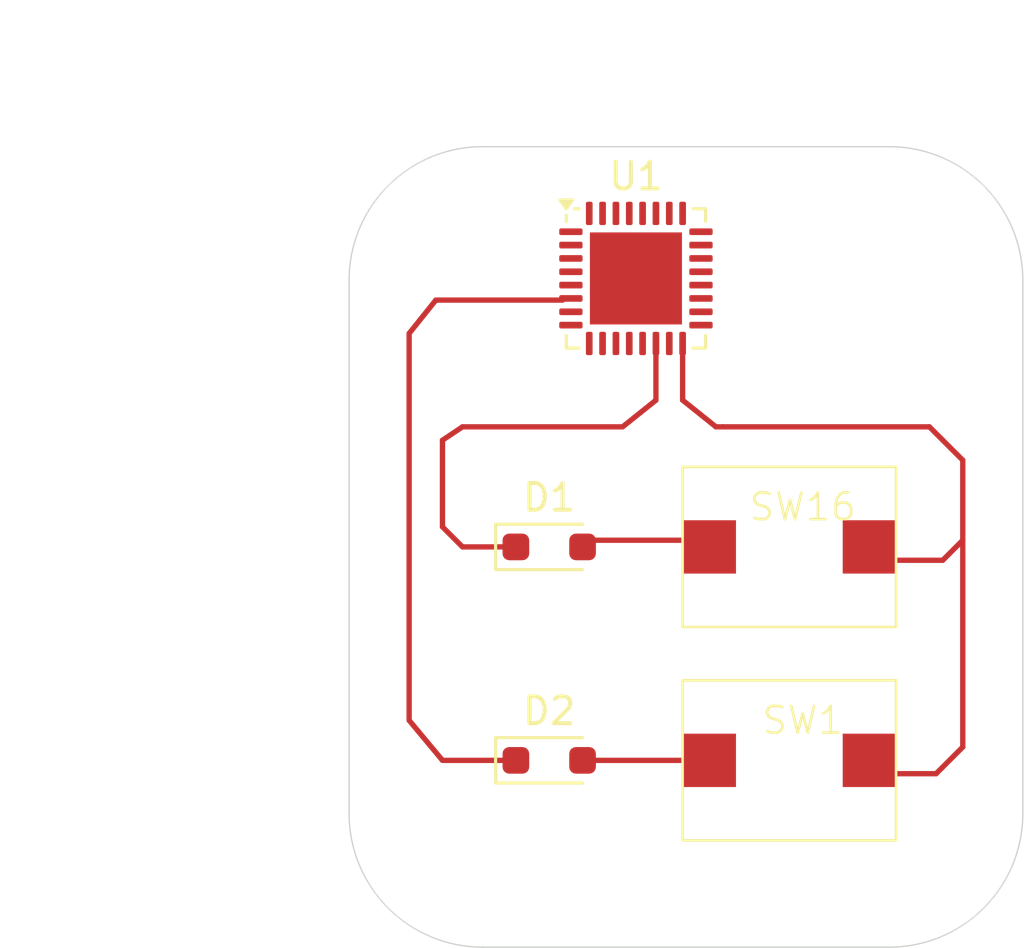
<source format=kicad_pcb>
(kicad_pcb (version 20240108) (generator "pcbnew") (generator_version "8.0")
  (layers (0 "F.Cu" signal) (31 "B.Cu" signal) (34 "B.Paste" user) (35 "F.Paste" user) (36 "B.SilkS" user "B.Silkscreen") (37 "F.SilkS" user "F.Silkscreen") (38 "B.Mask" user) (39 "F.Mask" user) (44 "Edge.Cuts" user))
  (net 0 "")
  (net 1 "Net-(U1-VDDA-Pad31)")
  (net 11 "Net-(D2-A)")
  (net 20 "GND")
  (net 27 "Net-(U1-VDD3P3-Pad2)")
  (net 30 "Net-(D1-A)")
  (net 31 "COL1")
  (net 32 "ROW1")
  (net 33 "ROW2")
  (footprint "Alps_Alpine_switches:SKPMAPE010" (layer "F.Cu") (at 169 65)
    (property "Reference" "SW16" (at 0.5 -1.5 0) (layer "F.SilkS") (effects (font (thickness 0.1))))
    (property "Value" "SW_Push")
    (fp_rect (start -4 -3) (end 4 3) (stroke (width 0.1)) (fill none) (layer "F.SilkS"))
    (pad "1" smd rect (at -3 0) (size 2 2) (layers "F.Cu" "F.Paste" "F.Mask") (net 30 "Net-(D1-A)"))
    (pad "2" smd rect (at 3 0) (size 2 2) (layers "F.Cu" "F.Paste" "F.Mask") (net 31 "COL1"))
  )
  (footprint "Diode_SMD:D_SOD-323_HandSoldering" (layer "F.Cu") (at 160 73)
    (property "Reference" "D2" (at 0 -1.85 0) (layer "F.SilkS"))
    (property "Value" "D")
    (fp_line (start -2.01 -0.85) (end -2.01 0.85) (stroke (width 0.12)) (layer "F.SilkS"))
    (fp_line (start -2.01 -0.85) (end 1.25 -0.85) (stroke (width 0.12)) (layer "F.SilkS"))
    (fp_line (start -2.01 0.85) (end 1.25 0.85) (stroke (width 0.12)) (layer "F.SilkS"))
    (pad "1" smd roundrect (at -1.25 0) (size 1 1) (layers "F.Cu" "F.Paste" "F.Mask") (net 33 "ROW2"))
    (pad "2" smd roundrect (at 1.25 0) (size 1 1) (layers "F.Cu" "F.Paste" "F.Mask") (net 11 "Net-(D2-A)"))
  )
  (footprint "Alps_Alpine_switches:SKPMAPE010" (layer "F.Cu") (at 169 73)
    (property "Reference" "SW1" (at 0.5 -1.5 0) (layer "F.SilkS") (effects (font (thickness 0.1))))
    (property "Value" "SW_Push")
    (fp_rect (start -4 -3) (end 4 3) (stroke (width 0.1)) (fill none) (layer "F.SilkS"))
    (pad "1" smd rect (at -3 0) (size 2 2) (layers "F.Cu" "F.Paste" "F.Mask") (net 11 "Net-(D2-A)"))
    (pad "2" smd rect (at 3 0) (size 2 2) (layers "F.Cu" "F.Paste" "F.Mask") (net 31 "COL1"))
  )
  (footprint "Package_DFN_QFN:QFN-32-1EP_5x5mm_P0.5mm_EP3.45x3.45mm" (layer "F.Cu") (at 163.25 54.9375)
    (property "Reference" "U1" (at 0 -3.83 0) (layer "F.SilkS"))
    (property "Value" "ESP32-C3")
    (fp_line (start -2.61 -2.135) (end -2.61 -2.37) (stroke (width 0.12)) (layer "F.SilkS"))
    (fp_line (start -2.61 2.61) (end -2.61 2.135) (stroke (width 0.12)) (layer "F.SilkS"))
    (fp_line (start -2.135 -2.61) (end -2.31 -2.61) (stroke (width 0.12)) (layer "F.SilkS"))
    (fp_line (start -2.135 2.61) (end -2.61 2.61) (stroke (width 0.12)) (layer "F.SilkS"))
    (fp_line (start 2.135 -2.61) (end 2.61 -2.61) (stroke (width 0.12)) (layer "F.SilkS"))
    (fp_line (start 2.135 2.61) (end 2.61 2.61) (stroke (width 0.12)) (layer "F.SilkS"))
    (fp_line (start 2.61 -2.61) (end 2.61 -2.135) (stroke (width 0.12)) (layer "F.SilkS"))
    (fp_line (start 2.61 2.61) (end 2.61 2.135) (stroke (width 0.12)) (layer "F.SilkS"))
    (fp_poly (pts (xy -2.61 -2.61) (xy -2.85 -2.94) (xy -2.37 -2.94) (xy -2.61 -2.61)) (stroke (width 0.12)) (fill solid) (layer "F.SilkS"))
    (pad "1" smd roundrect (at -2.4375 -1.75) (size 0.875 0.25) (layers "F.Cu" "F.Paste" "F.Mask"))
    (pad "2" smd roundrect (at -2.4375 -1.25) (size 0.875 0.25) (layers "F.Cu" "F.Paste" "F.Mask") (net 27 "Net-(U1-VDD3P3-Pad2)"))
    (pad "3" smd roundrect (at -2.4375 -0.75) (size 0.875 0.25) (layers "F.Cu" "F.Paste" "F.Mask") (net 27 "Net-(U1-VDD3P3-Pad2)"))
    (pad "4" smd roundrect (at -2.4375 -0.25) (size 0.875 0.25) (layers "F.Cu" "F.Paste" "F.Mask"))
    (pad "5" smd roundrect (at -2.4375 0.25) (size 0.875 0.25) (layers "F.Cu" "F.Paste" "F.Mask"))
    (pad "6" smd roundrect (at -2.4375 0.75) (size 0.875 0.25) (layers "F.Cu" "F.Paste" "F.Mask") (net 33 "ROW2"))
    (pad "7" smd roundrect (at -2.4375 1.25) (size 0.875 0.25) (layers "F.Cu" "F.Paste" "F.Mask"))
    (pad "8" smd roundrect (at -2.4375 1.75) (size 0.875 0.25) (layers "F.Cu" "F.Paste" "F.Mask"))
    (pad "9" smd roundrect (at -1.75 2.4375) (size 0.25 0.875) (layers "F.Cu" "F.Paste" "F.Mask"))
    (pad "10" smd roundrect (at -1.25 2.4375) (size 0.25 0.875) (layers "F.Cu" "F.Paste" "F.Mask"))
    (pad "11" smd roundrect (at -0.75 2.4375) (size 0.25 0.875) (layers "F.Cu" "F.Paste" "F.Mask"))
    (pad "12" smd roundrect (at -0.25 2.4375) (size 0.25 0.875) (layers "F.Cu" "F.Paste" "F.Mask"))
    (pad "13" smd roundrect (at 0.25 2.4375) (size 0.25 0.875) (layers "F.Cu" "F.Paste" "F.Mask"))
    (pad "14" smd roundrect (at 0.75 2.4375) (size 0.25 0.875) (layers "F.Cu" "F.Paste" "F.Mask") (net 32 "ROW1"))
    (pad "15" smd roundrect (at 1.25 2.4375) (size 0.25 0.875) (layers "F.Cu" "F.Paste" "F.Mask"))
    (pad "16" smd roundrect (at 1.75 2.4375) (size 0.25 0.875) (layers "F.Cu" "F.Paste" "F.Mask") (net 31 "COL1"))
    (pad "17" smd roundrect (at 2.4375 1.75) (size 0.875 0.25) (layers "F.Cu" "F.Paste" "F.Mask"))
    (pad "18" smd roundrect (at 2.4375 1.25) (size 0.875 0.25) (layers "F.Cu" "F.Paste" "F.Mask"))
    (pad "19" smd roundrect (at 2.4375 0.75) (size 0.875 0.25) (layers "F.Cu" "F.Paste" "F.Mask"))
    (pad "20" smd roundrect (at 2.4375 0.25) (size 0.875 0.25) (layers "F.Cu" "F.Paste" "F.Mask"))
    (pad "21" smd roundrect (at 2.4375 -0.25) (size 0.875 0.25) (layers "F.Cu" "F.Paste" "F.Mask"))
    (pad "22" smd roundrect (at 2.4375 -0.75) (size 0.875 0.25) (layers "F.Cu" "F.Paste" "F.Mask"))
    (pad "23" smd roundrect (at 2.4375 -1.25) (size 0.875 0.25) (layers "F.Cu" "F.Paste" "F.Mask"))
    (pad "24" smd roundrect (at 2.4375 -1.75) (size 0.875 0.25) (layers "F.Cu" "F.Paste" "F.Mask"))
    (pad "25" smd roundrect (at 1.75 -2.4375) (size 0.25 0.875) (layers "F.Cu" "F.Paste" "F.Mask"))
    (pad "26" smd roundrect (at 1.25 -2.4375) (size 0.25 0.875) (layers "F.Cu" "F.Paste" "F.Mask"))
    (pad "27" smd roundrect (at 0.75 -2.4375) (size 0.25 0.875) (layers "F.Cu" "F.Paste" "F.Mask"))
    (pad "28" smd roundrect (at 0.25 -2.4375) (size 0.25 0.875) (layers "F.Cu" "F.Paste" "F.Mask"))
    (pad "29" smd roundrect (at -0.25 -2.4375) (size 0.25 0.875) (layers "F.Cu" "F.Paste" "F.Mask"))
    (pad "30" smd roundrect (at -0.75 -2.4375) (size 0.25 0.875) (layers "F.Cu" "F.Paste" "F.Mask"))
    (pad "31" smd roundrect (at -1.25 -2.4375) (size 0.25 0.875) (layers "F.Cu" "F.Paste" "F.Mask") (net 1 "Net-(U1-VDDA-Pad31)"))
    (pad "32" smd roundrect (at -1.75 -2.4375) (size 0.25 0.875) (layers "F.Cu" "F.Paste" "F.Mask") (net 1 "Net-(U1-VDDA-Pad31)"))
    (pad "33" smd rect (at 0 0) (size 3.45 3.45) (property pad_prop_heatsink) (layers "F.Cu" "F.Mask") (net 20 "GND"))
  )
  (footprint "Diode_SMD:D_SOD-323_HandSoldering" (layer "F.Cu") (at 160 65)
    (property "Reference" "D1" (at 0 -1.85 0) (layer "F.SilkS"))
    (property "Value" "D")
    (fp_line (start -2.01 -0.85) (end -2.01 0.85) (stroke (width 0.12)) (layer "F.SilkS"))
    (fp_line (start -2.01 -0.85) (end 1.25 -0.85) (stroke (width 0.12)) (layer "F.SilkS"))
    (fp_line (start -2.01 0.85) (end 1.25 0.85) (stroke (width 0.12)) (layer "F.SilkS"))
    (pad "1" smd roundrect (at -1.25 0) (size 1 1) (layers "F.Cu" "F.Paste" "F.Mask") (net 32 "ROW1"))
    (pad "2" smd roundrect (at 1.25 0) (size 1 1) (layers "F.Cu" "F.Paste" "F.Mask") (net 30 "Net-(D1-A)"))
  )
  (gr_line (start 175.5 61.75) (end 175.5 64.75) (stroke (width 0.2)) (layer "F.Cu") (net 31))
  (gr_line (start 166.25 60.5) (end 165 59.5) (stroke (width 0.2)) (layer "F.Cu") (net 31))
  (gr_line (start 154.75 71.5) (end 154.75 57) (stroke (width 0.2)) (layer "F.Cu") (net 33))
  (gr_line (start 161.75 64.75) (end 165 64.75) (stroke (width 0.2)) (layer "F.Cu") (net 30))
  (gr_line (start 162.75 60.5) (end 156.75 60.5) (stroke (width 0.2)) (layer "F.Cu") (net 32))
  (gr_line (start 160.5 55.75) (end 155.75 55.75) (stroke (width 0.2)) (layer "F.Cu") (net 33))
  (gr_line (start 156 73) (end 154.75 71.5) (stroke (width 0.2)) (layer "F.Cu") (net 33))
  (gr_line (start 156 64.25) (end 156.75 65) (stroke (width 0.2)) (layer "F.Cu") (net 32))
  (gr_line (start 174.75 65.5) (end 172.75 65.5) (stroke (width 0.2)) (layer "F.Cu") (net 31))
  (gr_line (start 174.5 73.5) (end 173 73.5) (stroke (width 0.2)) (layer "F.Cu") (net 31))
  (gr_line (start 158.5 73) (end 156 73) (stroke (width 0.2)) (layer "F.Cu") (net 33))
  (gr_line (start 175.5 72.5) (end 174.5 73.5) (stroke (width 0.2)) (layer "F.Cu") (net 31))
  (gr_line (start 175.5 64.75) (end 174.75 65.5) (stroke (width 0.2)) (layer "F.Cu") (net 31))
  (gr_line (start 156.75 65) (end 158.25 65) (stroke (width 0.2)) (layer "F.Cu") (net 32))
  (gr_line (start 154.75 57) (end 155.75 55.75) (stroke (width 0.2)) (layer "F.Cu") (net 33))
  (gr_line (start 164 59.5) (end 162.75 60.5) (stroke (width 0.2)) (layer "F.Cu") (net 32))
  (gr_line (start 164 57.75) (end 164 59.5) (stroke (width 0.2)) (layer "F.Cu") (net 32))
  (gr_line (start 165.25 73) (end 161.5 73) (stroke (width 0.2)) (layer "F.Cu") (net 11))
  (gr_line (start 166.5 60.5) (end 174.25 60.5) (stroke (width 0.2)) (layer "F.Cu") (net 31))
  (gr_line (start 156 61) (end 156 64.25) (stroke (width 0.2)) (layer "F.Cu") (net 32))
  (gr_line (start 175.5 64.75) (end 175.5 72.5) (stroke (width 0.2)) (layer "F.Cu") (net 31))
  (gr_line (start 174.25 60.5) (end 175.5 61.75) (stroke (width 0.2)) (layer "F.Cu") (net 31))
  (gr_line (start 166.5 60.5) (end 166.25 60.5) (stroke (width 0.2)) (layer "F.Cu") (net 31))
  (gr_line (start 165 59.5) (end 165 57.75) (stroke (width 0.2)) (layer "F.Cu") (net 31))
  (gr_line (start 156.75 60.5) (end 156 61) (stroke (width 0.2)) (layer "F.Cu") (net 32))
  (gr_line (start 177.75 55) (end 177.75 75) (stroke (width 0.05)) (layer "Edge.Cuts"))
  (gr_arc (start 177.75 75) (mid 176.285534 78.535534) (end 172.75 80) (stroke (width 0.05)) (layer "Edge.Cuts"))
  (gr_line (start 152.5 75) (end 152.5 55) (stroke (width 0.05)) (layer "Edge.Cuts"))
  (gr_line (start 157.5 80) (end 172.75 80) (stroke (width 0.05)) (layer "Edge.Cuts"))
  (gr_arc (start 172.75 50) (mid 176.285534 51.464466) (end 177.75 55) (stroke (width 0.05)) (layer "Edge.Cuts"))
  (gr_line (start 172.75 50) (end 157.5 50) (stroke (width 0.05)) (layer "Edge.Cuts"))
  (gr_arc (start 157.5 80) (mid 153.964466 78.535534) (end 152.5 75) (stroke (width 0.05)) (layer "Edge.Cuts"))
  (gr_arc (start 152.5 55) (mid 153.964466 51.464466) (end 157.5 50) (stroke (width 0.05)) (layer "Edge.Cuts"))
)
</source>
